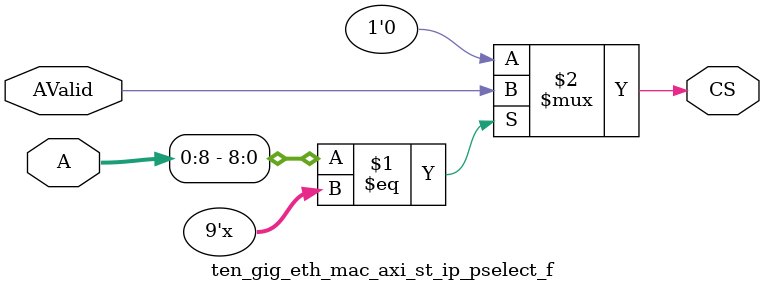
<source format=v>

`timescale 1ps / 1ps

module ten_gig_eth_mac_axi_st_ip_pselect_f (A, AValid, CS);

parameter C_AB  = 9;
parameter C_AW  = 32;
parameter [0:C_AW - 1] C_BAR =  'bz;
parameter C_FAMILY  = "nofamily";
input[0:C_AW-1] A; 
input AValid; 
output CS; 
wire CS;
parameter [0:C_AB-1]BAR = C_BAR[0:C_AB-1];

//----------------------------------------------------------------------------
// Build a behavioral decoder
//----------------------------------------------------------------------------
generate
if (C_AB > 0) begin : XST_WA
assign CS = (A[0:C_AB - 1] == BAR[0:C_AB - 1]) ? AValid : 1'b0 ;
end
endgenerate

generate
if (C_AB == 0) begin : PASS_ON_GEN
assign CS = AValid ;
end
endgenerate
endmodule

</source>
